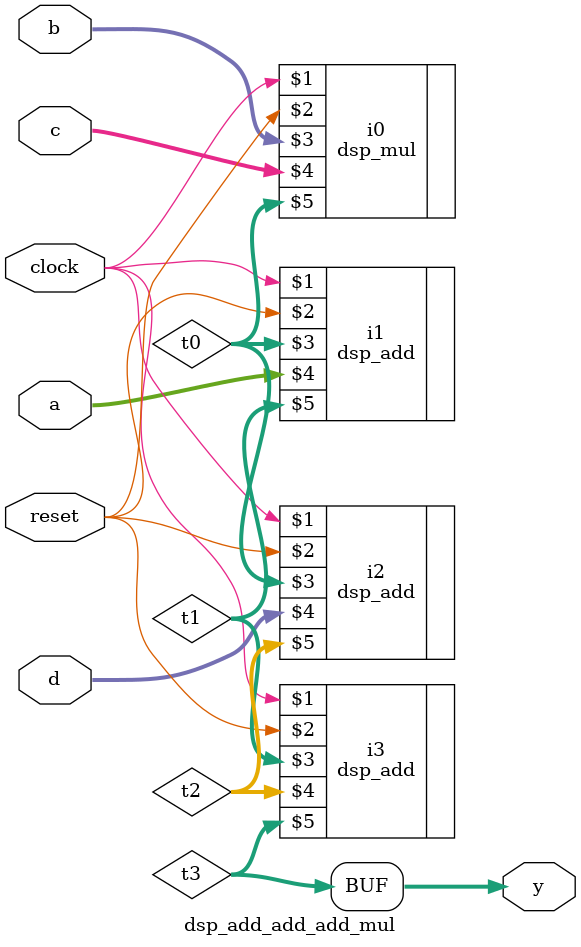
<source format=v>
module dsp_add_add_add_mul (
    input clock,
    input reset,
    input [7:0] a,
    input [7:0] b,
    input [7:0] c,
    input [7:0] d,
    output [7:0] y
);

    wire [7:0] t0, t1, t2, t3;
    dsp_mul #(.width(8)) i0 (clock, reset, b, c, t0);
    dsp_add #(.width(8)) i1 (clock, reset, t0, a, t1);
    dsp_add #(.width(8)) i2 (clock, reset, t0, d, t2);
    dsp_add #(.width(8)) i3 (clock, reset, t1, t2, t3);

    assign y = t3;

endmodule

</source>
